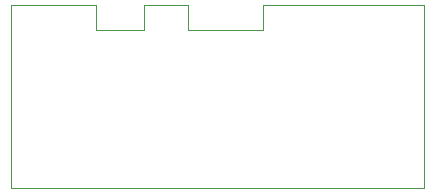
<source format=gbr>
%TF.GenerationSoftware,KiCad,Pcbnew,7.0.7*%
%TF.CreationDate,2024-04-09T13:36:58-07:00*%
%TF.ProjectId,Side B,53696465-2042-42e6-9b69-6361645f7063,rev?*%
%TF.SameCoordinates,Original*%
%TF.FileFunction,Profile,NP*%
%FSLAX46Y46*%
G04 Gerber Fmt 4.6, Leading zero omitted, Abs format (unit mm)*
G04 Created by KiCad (PCBNEW 7.0.7) date 2024-04-09 13:36:58*
%MOMM*%
%LPD*%
G01*
G04 APERTURE LIST*
%TA.AperFunction,Profile*%
%ADD10C,0.100000*%
%TD*%
G04 APERTURE END LIST*
D10*
X151835296Y-92300000D02*
X151835296Y-94399123D01*
X147748701Y-94399123D02*
X147748701Y-92300000D01*
X155567466Y-94399123D02*
X155567466Y-92300000D01*
X175557598Y-107800000D02*
X175557598Y-92300000D01*
X140557598Y-92300000D02*
X140557598Y-107800000D01*
X147748701Y-92300000D02*
X140557598Y-92300000D01*
X151835296Y-94399123D02*
X147748701Y-94399123D01*
X161897765Y-92300000D02*
X161897765Y-94399123D01*
X155567466Y-92300000D02*
X151835296Y-92300000D01*
X161897765Y-94399123D02*
X155567466Y-94399123D01*
X140557598Y-107800000D02*
X175557598Y-107800000D01*
X175557598Y-92300000D02*
X161897765Y-92300000D01*
M02*

</source>
